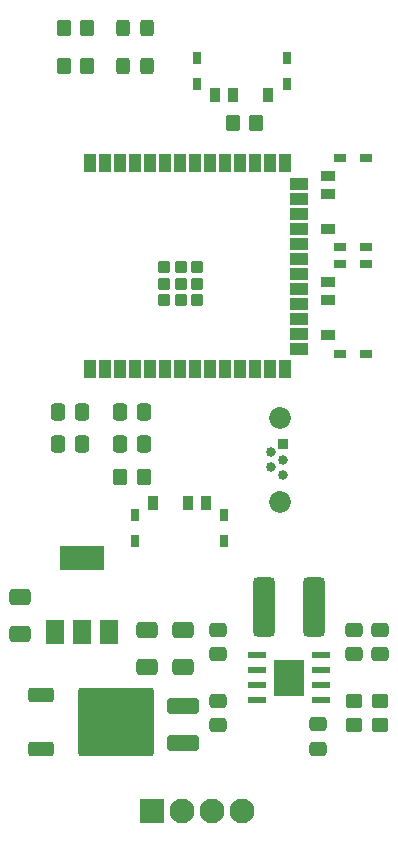
<source format=gbr>
%TF.GenerationSoftware,KiCad,Pcbnew,7.0.1*%
%TF.CreationDate,2023-11-18T18:12:55+02:00*%
%TF.ProjectId,Ulkovalo,556c6b6f-7661-46c6-9f2e-6b696361645f,rev?*%
%TF.SameCoordinates,Original*%
%TF.FileFunction,Soldermask,Top*%
%TF.FilePolarity,Negative*%
%FSLAX46Y46*%
G04 Gerber Fmt 4.6, Leading zero omitted, Abs format (unit mm)*
G04 Created by KiCad (PCBNEW 7.0.1) date 2023-11-18 18:12:55*
%MOMM*%
%LPD*%
G01*
G04 APERTURE LIST*
G04 Aperture macros list*
%AMRoundRect*
0 Rectangle with rounded corners*
0 $1 Rounding radius*
0 $2 $3 $4 $5 $6 $7 $8 $9 X,Y pos of 4 corners*
0 Add a 4 corners polygon primitive as box body*
4,1,4,$2,$3,$4,$5,$6,$7,$8,$9,$2,$3,0*
0 Add four circle primitives for the rounded corners*
1,1,$1+$1,$2,$3*
1,1,$1+$1,$4,$5*
1,1,$1+$1,$6,$7*
1,1,$1+$1,$8,$9*
0 Add four rect primitives between the rounded corners*
20,1,$1+$1,$2,$3,$4,$5,0*
20,1,$1+$1,$4,$5,$6,$7,0*
20,1,$1+$1,$6,$7,$8,$9,0*
20,1,$1+$1,$8,$9,$2,$3,0*%
G04 Aperture macros list end*
%ADD10RoundRect,0.250000X-0.650000X0.412500X-0.650000X-0.412500X0.650000X-0.412500X0.650000X0.412500X0*%
%ADD11RoundRect,0.250000X-0.337500X-0.475000X0.337500X-0.475000X0.337500X0.475000X-0.337500X0.475000X0*%
%ADD12RoundRect,0.250000X-0.850000X-0.350000X0.850000X-0.350000X0.850000X0.350000X-0.850000X0.350000X0*%
%ADD13RoundRect,0.249997X-2.950003X-2.650003X2.950003X-2.650003X2.950003X2.650003X-2.950003X2.650003X0*%
%ADD14RoundRect,0.250000X0.450000X-0.350000X0.450000X0.350000X-0.450000X0.350000X-0.450000X-0.350000X0*%
%ADD15R,1.250000X0.900000*%
%ADD16R,1.000000X0.800000*%
%ADD17R,0.900000X1.250000*%
%ADD18R,0.800000X1.000000*%
%ADD19RoundRect,0.250000X-0.325000X-0.450000X0.325000X-0.450000X0.325000X0.450000X-0.325000X0.450000X0*%
%ADD20R,1.500000X2.000000*%
%ADD21R,3.800000X2.000000*%
%ADD22RoundRect,0.010000X0.440000X-0.740000X0.440000X0.740000X-0.440000X0.740000X-0.440000X-0.740000X0*%
%ADD23RoundRect,0.010000X-0.740000X-0.440000X0.740000X-0.440000X0.740000X0.440000X-0.740000X0.440000X0*%
%ADD24RoundRect,0.010000X0.440000X-0.440000X0.440000X0.440000X-0.440000X0.440000X-0.440000X-0.440000X0*%
%ADD25RoundRect,0.475000X0.475000X2.075000X-0.475000X2.075000X-0.475000X-2.075000X0.475000X-2.075000X0*%
%ADD26RoundRect,0.250000X0.350000X0.450000X-0.350000X0.450000X-0.350000X-0.450000X0.350000X-0.450000X0*%
%ADD27RoundRect,0.250000X1.100000X-0.412500X1.100000X0.412500X-1.100000X0.412500X-1.100000X-0.412500X0*%
%ADD28RoundRect,0.250000X0.475000X-0.337500X0.475000X0.337500X-0.475000X0.337500X-0.475000X-0.337500X0*%
%ADD29RoundRect,0.250000X0.337500X0.475000X-0.337500X0.475000X-0.337500X-0.475000X0.337500X-0.475000X0*%
%ADD30R,2.600000X3.100000*%
%ADD31R,1.550000X0.600000*%
%ADD32R,2.100000X2.100000*%
%ADD33C,2.100000*%
%ADD34RoundRect,0.250000X-0.350000X-0.450000X0.350000X-0.450000X0.350000X0.450000X-0.350000X0.450000X0*%
%ADD35RoundRect,0.250000X-0.450000X0.350000X-0.450000X-0.350000X0.450000X-0.350000X0.450000X0.350000X0*%
%ADD36R,0.840000X0.840000*%
%ADD37C,0.840000*%
%ADD38C,1.850000*%
%ADD39RoundRect,0.250000X-0.475000X0.337500X-0.475000X-0.337500X0.475000X-0.337500X0.475000X0.337500X0*%
G04 APERTURE END LIST*
D10*
%TO.C,C2*%
X53500000Y-96937500D03*
X53500000Y-100062500D03*
%TD*%
D11*
%TO.C,C12*%
X51175000Y-81250000D03*
X53250000Y-81250000D03*
%TD*%
D12*
%TO.C,Q2*%
X44535000Y-102507500D03*
D13*
X50835000Y-104787500D03*
D12*
X44535000Y-107067500D03*
%TD*%
D14*
%TO.C,R2*%
X71000000Y-105000000D03*
X71000000Y-103000000D03*
%TD*%
D15*
%TO.C,SW4*%
X68825000Y-63012500D03*
X68825000Y-60012500D03*
D16*
X72000000Y-56962500D03*
X69800000Y-56962500D03*
D15*
X68825000Y-58512500D03*
D16*
X72000000Y-64562500D03*
X69800000Y-64562500D03*
%TD*%
D17*
%TO.C,SW1*%
X63762500Y-51675000D03*
X60762500Y-51675000D03*
D18*
X57712500Y-48500000D03*
X57712500Y-50700000D03*
D17*
X59262500Y-51675000D03*
D18*
X65312500Y-48500000D03*
X65312500Y-50700000D03*
%TD*%
D19*
%TO.C,D1*%
X51450000Y-49250000D03*
X53500000Y-49250000D03*
%TD*%
D20*
%TO.C,U3*%
X45700000Y-97150000D03*
X48000000Y-97150000D03*
D21*
X48000000Y-90850000D03*
D20*
X50300000Y-97150000D03*
%TD*%
D22*
%TO.C,U1*%
X48630000Y-74900000D03*
X49900000Y-74900000D03*
X51170000Y-74900000D03*
X52440000Y-74900000D03*
X53710000Y-74900000D03*
X54980000Y-74900000D03*
X56250000Y-74900000D03*
X57520000Y-74900000D03*
X58790000Y-74900000D03*
X60060000Y-74900000D03*
X61330000Y-74900000D03*
X62600000Y-74900000D03*
X63870000Y-74900000D03*
X65140000Y-74900000D03*
D23*
X66390000Y-73135000D03*
X66390000Y-71865000D03*
X66390000Y-70595000D03*
X66390000Y-69325000D03*
X66390000Y-68055000D03*
X66390000Y-66785000D03*
X66390000Y-65515000D03*
X66390000Y-64245000D03*
X66390000Y-62975000D03*
X66390000Y-61705000D03*
X66390000Y-60435000D03*
X66390000Y-59165000D03*
D22*
X65140000Y-57400000D03*
X63870000Y-57400000D03*
X62600000Y-57400000D03*
X61330000Y-57400000D03*
X60060000Y-57400000D03*
X58790000Y-57400000D03*
X57520000Y-57400000D03*
X56250000Y-57400000D03*
X54980000Y-57400000D03*
X53710000Y-57400000D03*
X52440000Y-57400000D03*
X51170000Y-57400000D03*
X49900000Y-57400000D03*
X48630000Y-57400000D03*
D24*
X54950000Y-69050000D03*
X56350000Y-69050000D03*
X57750000Y-69050000D03*
X54950000Y-67650000D03*
X56350000Y-67650000D03*
X57750000Y-67650000D03*
X54950000Y-66250000D03*
X56350000Y-66250000D03*
X57750000Y-66250000D03*
%TD*%
D15*
%TO.C,SW3*%
X68825000Y-72012500D03*
X68825000Y-69012500D03*
D16*
X72000000Y-65962500D03*
X69800000Y-65962500D03*
D15*
X68825000Y-67512500D03*
D16*
X72000000Y-73562500D03*
X69800000Y-73562500D03*
%TD*%
D19*
%TO.C,D2*%
X51450000Y-46000000D03*
X53500000Y-46000000D03*
%TD*%
D25*
%TO.C,L1*%
X67600000Y-95000000D03*
X63400000Y-95000000D03*
%TD*%
D26*
%TO.C,R9*%
X53212500Y-84000000D03*
X51212500Y-84000000D03*
%TD*%
%TO.C,R6*%
X48450000Y-49250000D03*
X46450000Y-49250000D03*
%TD*%
%TO.C,R10*%
X48450000Y-46000000D03*
X46450000Y-46000000D03*
%TD*%
D10*
%TO.C,C9*%
X42750000Y-94187500D03*
X42750000Y-97312500D03*
%TD*%
D27*
%TO.C,C1*%
X56500000Y-106562500D03*
X56500000Y-103437500D03*
%TD*%
D28*
%TO.C,C7*%
X68000000Y-107037500D03*
X68000000Y-104962500D03*
%TD*%
D29*
%TO.C,C14*%
X48000000Y-78500000D03*
X45925000Y-78500000D03*
%TD*%
D30*
%TO.C,U2*%
X65500000Y-101000000D03*
D31*
X62800000Y-99095000D03*
X62800000Y-100365000D03*
X62800000Y-101635000D03*
X62800000Y-102905000D03*
X68200000Y-102905000D03*
X68200000Y-101635000D03*
X68200000Y-100365000D03*
X68200000Y-99095000D03*
%TD*%
D28*
%TO.C,C6*%
X73250000Y-99037500D03*
X73250000Y-96962500D03*
%TD*%
D32*
%TO.C,J4*%
X53935000Y-112250000D03*
D33*
X56475000Y-112250000D03*
X59015000Y-112250000D03*
X61555000Y-112250000D03*
%TD*%
D10*
%TO.C,C8*%
X56500000Y-96937500D03*
X56500000Y-100062500D03*
%TD*%
D17*
%TO.C,SW2*%
X54000000Y-86250000D03*
X57000000Y-86250000D03*
D18*
X60050000Y-89425000D03*
X60050000Y-87225000D03*
D17*
X58500000Y-86250000D03*
D18*
X52450000Y-89425000D03*
X52450000Y-87225000D03*
%TD*%
D11*
%TO.C,C11*%
X51175000Y-78500000D03*
X53250000Y-78500000D03*
%TD*%
D28*
%TO.C,C4*%
X71000000Y-99037500D03*
X71000000Y-96962500D03*
%TD*%
D34*
%TO.C,R5*%
X60750000Y-54000000D03*
X62750000Y-54000000D03*
%TD*%
D35*
%TO.C,R1*%
X73250000Y-103000000D03*
X73250000Y-105000000D03*
%TD*%
D29*
%TO.C,C13*%
X48000000Y-81250000D03*
X45925000Y-81250000D03*
%TD*%
D28*
%TO.C,C3*%
X59500000Y-105037500D03*
X59500000Y-102962500D03*
%TD*%
D36*
%TO.C,J1*%
X65000000Y-81250000D03*
D37*
X64000000Y-81900000D03*
X65000000Y-82550000D03*
X64000000Y-83200000D03*
X65000000Y-83850000D03*
D38*
X64780000Y-78975000D03*
X64780000Y-86125000D03*
%TD*%
D39*
%TO.C,C5*%
X59500000Y-96962500D03*
X59500000Y-99037500D03*
%TD*%
M02*

</source>
